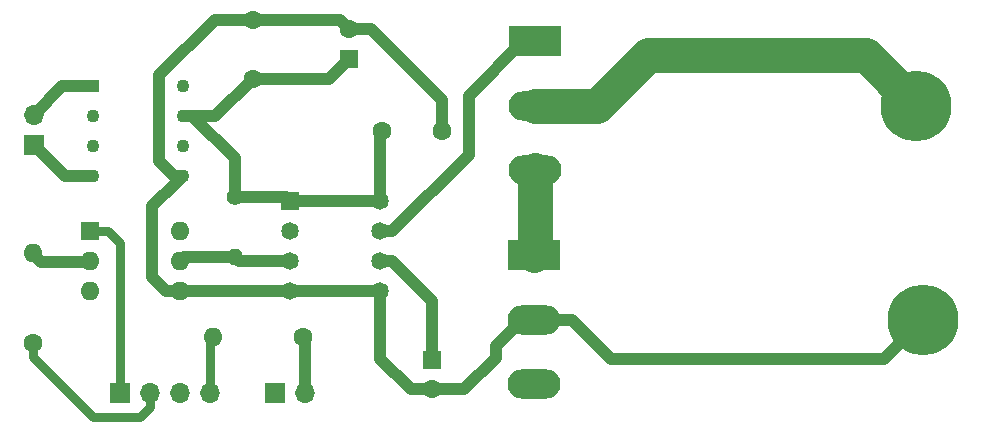
<source format=gbr>
G04 #@! TF.FileFunction,Copper,L2,Bot,Mixed*
%FSLAX46Y46*%
G04 Gerber Fmt 4.6, Leading zero omitted, Abs format (unit mm)*
G04 Created by KiCad (PCBNEW 4.0.6) date 06/11/17 16:36:26*
%MOMM*%
%LPD*%
G01*
G04 APERTURE LIST*
%ADD10C,0.100000*%
%ADD11C,1.600000*%
%ADD12R,1.100000X1.100000*%
%ADD13C,1.100000*%
%ADD14R,1.600000X1.600000*%
%ADD15R,4.500000X2.500000*%
%ADD16O,4.500000X2.500000*%
%ADD17C,5.999480*%
%ADD18O,1.600000X1.600000*%
%ADD19C,1.400000*%
%ADD20O,1.400000X1.400000*%
%ADD21R,1.485900X1.485900*%
%ADD22C,1.485900*%
%ADD23R,1.700000X1.700000*%
%ADD24O,1.700000X1.700000*%
%ADD25C,1.000000*%
%ADD26C,0.800000*%
%ADD27C,3.000000*%
G04 APERTURE END LIST*
D10*
D11*
X132300000Y-93600000D03*
X132300000Y-88600000D03*
D12*
X118800000Y-94200000D03*
D13*
X118800000Y-96740000D03*
X118800000Y-99280000D03*
X118800000Y-101820000D03*
X126420000Y-101820000D03*
X126420000Y-99280000D03*
X126420000Y-96740000D03*
X126420000Y-94200000D03*
D14*
X140500000Y-91900000D03*
D11*
X140500000Y-89400000D03*
X143300000Y-98000000D03*
X148300000Y-98000000D03*
D14*
X147500000Y-117400000D03*
D11*
X147500000Y-119900000D03*
D15*
X156140000Y-108550000D03*
D16*
X156140000Y-114000000D03*
X156140000Y-119450000D03*
D17*
X188500000Y-95900000D03*
X189100000Y-114000000D03*
D15*
X156240000Y-90450000D03*
D16*
X156240000Y-95900000D03*
X156240000Y-101350000D03*
D11*
X136600000Y-115500000D03*
D18*
X128980000Y-115500000D03*
D11*
X113700000Y-116000000D03*
D18*
X113700000Y-108380000D03*
D19*
X130800000Y-103600000D03*
D20*
X130800000Y-108680000D03*
D14*
X118500000Y-106500000D03*
D18*
X126120000Y-111580000D03*
X118500000Y-109040000D03*
X126120000Y-109040000D03*
X118500000Y-111580000D03*
X126120000Y-106500000D03*
D21*
X135480000Y-103980000D03*
D22*
X135480000Y-106520000D03*
X135480000Y-109060000D03*
X135480000Y-111600000D03*
X143100000Y-111600000D03*
X143100000Y-109060000D03*
X143100000Y-106520000D03*
X143100000Y-103980000D03*
D23*
X134200000Y-120200000D03*
D24*
X136740000Y-120200000D03*
D23*
X121120000Y-120200000D03*
D24*
X123660000Y-120200000D03*
X126200000Y-120200000D03*
X128740000Y-120200000D03*
D23*
X113800000Y-99200000D03*
D24*
X113800000Y-96660000D03*
D25*
X147500000Y-119900000D02*
X150240000Y-119900000D01*
X155140000Y-114000000D02*
X156140000Y-114000000D01*
X150240000Y-119900000D02*
X152890000Y-117250000D01*
X152890000Y-117250000D02*
X152890000Y-116250000D01*
X152890000Y-116250000D02*
X155140000Y-114000000D01*
X143100000Y-111600000D02*
X143100000Y-117300002D01*
X143100000Y-117300002D02*
X145699998Y-119900000D01*
X145699998Y-119900000D02*
X146368630Y-119900000D01*
X146368630Y-119900000D02*
X147500000Y-119900000D01*
X156140000Y-114000000D02*
X159390000Y-114000000D01*
X159390000Y-114000000D02*
X162690001Y-117300001D01*
X186100261Y-116999739D02*
X189100000Y-114000000D01*
X162690001Y-117300001D02*
X185799999Y-117300001D01*
X185799999Y-117300001D02*
X186100261Y-116999739D01*
X126120000Y-111580000D02*
X124988630Y-111580000D01*
X123819999Y-110411369D02*
X123819999Y-104420001D01*
X124988630Y-111580000D02*
X123819999Y-110411369D01*
X123819999Y-104420001D02*
X125870001Y-102369999D01*
X125870001Y-102369999D02*
X126420000Y-101820000D01*
X140500000Y-89400000D02*
X142300002Y-89400000D01*
X142300002Y-89400000D02*
X148300000Y-95399998D01*
X148300000Y-95399998D02*
X148300000Y-96868630D01*
X148300000Y-96868630D02*
X148300000Y-98000000D01*
X132300000Y-88600000D02*
X139700000Y-88600000D01*
X139700000Y-88600000D02*
X140500000Y-89400000D01*
X132300000Y-88600000D02*
X129100000Y-88600000D01*
X129100000Y-88600000D02*
X124369999Y-93330001D01*
X124369999Y-93330001D02*
X124369999Y-100547816D01*
X124369999Y-100547816D02*
X125642183Y-101820000D01*
X125642183Y-101820000D02*
X126420000Y-101820000D01*
X127251370Y-111580000D02*
X126120000Y-111580000D01*
X135480000Y-111600000D02*
X143100000Y-111600000D01*
X126120000Y-111580000D02*
X135460000Y-111580000D01*
X135460000Y-111580000D02*
X135480000Y-111600000D01*
D26*
X113700000Y-116000000D02*
X113700000Y-117131370D01*
X113700000Y-117131370D02*
X118818631Y-122250001D01*
X118818631Y-122250001D02*
X122812080Y-122250001D01*
X122812080Y-122250001D02*
X123660000Y-121402081D01*
X123660000Y-121402081D02*
X123660000Y-120200000D01*
D27*
X156240000Y-101350000D02*
X156240000Y-108450000D01*
X156240000Y-108450000D02*
X156140000Y-108550000D01*
D25*
X132300000Y-93600000D02*
X138800000Y-93600000D01*
X138800000Y-93600000D02*
X140500000Y-91900000D01*
X126420000Y-96740000D02*
X129160000Y-96740000D01*
X129160000Y-96740000D02*
X132300000Y-93600000D01*
X126420000Y-96740000D02*
X127197817Y-96740000D01*
X127197817Y-96740000D02*
X130800000Y-100342183D01*
X130800000Y-100342183D02*
X130800000Y-102610051D01*
X130800000Y-102610051D02*
X130800000Y-103600000D01*
X143100000Y-103980000D02*
X143100000Y-98200000D01*
X143100000Y-98200000D02*
X143300000Y-98000000D01*
X135480000Y-103980000D02*
X143100000Y-103980000D01*
X130800000Y-103600000D02*
X135100000Y-103600000D01*
X135100000Y-103600000D02*
X135480000Y-103980000D01*
X143100000Y-109060000D02*
X144150689Y-109060000D01*
X144150689Y-109060000D02*
X147500000Y-112409311D01*
X147500000Y-112409311D02*
X147500000Y-115600000D01*
X147500000Y-115600000D02*
X147500000Y-117400000D01*
X156240000Y-90450000D02*
X155240000Y-90450000D01*
X155240000Y-90450000D02*
X150600001Y-95089999D01*
X150600001Y-95089999D02*
X150600001Y-100070688D01*
X150600001Y-100070688D02*
X144150689Y-106520000D01*
X144150689Y-106520000D02*
X143100000Y-106520000D01*
X136740000Y-120200000D02*
X136740000Y-115640000D01*
X136740000Y-115640000D02*
X136600000Y-115500000D01*
D26*
X121120000Y-120200000D02*
X121120000Y-107520000D01*
X121120000Y-107520000D02*
X120100000Y-106500000D01*
X120100000Y-106500000D02*
X118500000Y-106500000D01*
D25*
X113800000Y-99200000D02*
X113792000Y-99187000D01*
X113792000Y-99187000D02*
X116459000Y-101854000D01*
X116459000Y-101854000D02*
X118745000Y-101854000D01*
X118745000Y-101854000D02*
X118800000Y-101820000D01*
D27*
X156240000Y-95900000D02*
X161490000Y-95900000D01*
X161490000Y-95900000D02*
X165790001Y-91599999D01*
X165790001Y-91599999D02*
X184199999Y-91599999D01*
X184199999Y-91599999D02*
X185500261Y-92900261D01*
X185500261Y-92900261D02*
X188500000Y-95900000D01*
D26*
X128740000Y-120200000D02*
X128740000Y-115740000D01*
X128740000Y-115740000D02*
X128980000Y-115500000D01*
D25*
X113700000Y-108380000D02*
X113665000Y-108331000D01*
X113665000Y-108331000D02*
X114427000Y-109093000D01*
X114427000Y-109093000D02*
X118491000Y-109093000D01*
X118491000Y-109093000D02*
X118500000Y-109040000D01*
X130800000Y-108680000D02*
X126480000Y-108680000D01*
X126480000Y-108680000D02*
X126120000Y-109040000D01*
X135480000Y-109060000D02*
X131180000Y-109060000D01*
X131180000Y-109060000D02*
X130800000Y-108680000D01*
X113800000Y-96660000D02*
X113792000Y-96647000D01*
X113792000Y-96647000D02*
X116205000Y-94234000D01*
X116205000Y-94234000D02*
X118745000Y-94234000D01*
X118745000Y-94234000D02*
X118800000Y-94200000D01*
M02*

</source>
